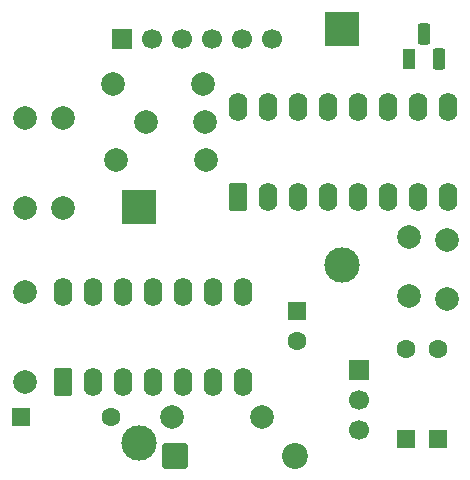
<source format=gbr>
%TF.GenerationSoftware,KiCad,Pcbnew,9.0.7*%
%TF.CreationDate,2026-01-25T23:05:14+01:00*%
%TF.ProjectId,DiceDIP_LowerPart,44696365-4449-4505-9f4c-6f7765725061,rev?*%
%TF.SameCoordinates,Original*%
%TF.FileFunction,Soldermask,Top*%
%TF.FilePolarity,Negative*%
%FSLAX46Y46*%
G04 Gerber Fmt 4.6, Leading zero omitted, Abs format (unit mm)*
G04 Created by KiCad (PCBNEW 9.0.7) date 2026-01-25 23:05:14*
%MOMM*%
%LPD*%
G01*
G04 APERTURE LIST*
G04 Aperture macros list*
%AMRoundRect*
0 Rectangle with rounded corners*
0 $1 Rounding radius*
0 $2 $3 $4 $5 $6 $7 $8 $9 X,Y pos of 4 corners*
0 Add a 4 corners polygon primitive as box body*
4,1,4,$2,$3,$4,$5,$6,$7,$8,$9,$2,$3,0*
0 Add four circle primitives for the rounded corners*
1,1,$1+$1,$2,$3*
1,1,$1+$1,$4,$5*
1,1,$1+$1,$6,$7*
1,1,$1+$1,$8,$9*
0 Add four rect primitives between the rounded corners*
20,1,$1+$1,$2,$3,$4,$5,0*
20,1,$1+$1,$4,$5,$6,$7,0*
20,1,$1+$1,$6,$7,$8,$9,0*
20,1,$1+$1,$8,$9,$2,$3,0*%
G04 Aperture macros list end*
%ADD10C,2.000000*%
%ADD11R,1.100000X1.800000*%
%ADD12RoundRect,0.275000X-0.275000X-0.625000X0.275000X-0.625000X0.275000X0.625000X-0.275000X0.625000X0*%
%ADD13R,1.700000X1.700000*%
%ADD14C,1.700000*%
%ADD15RoundRect,0.250000X0.550000X-0.950000X0.550000X0.950000X-0.550000X0.950000X-0.550000X-0.950000X0*%
%ADD16O,1.600000X2.400000*%
%ADD17RoundRect,0.249999X-0.850001X-0.850001X0.850001X-0.850001X0.850001X0.850001X-0.850001X0.850001X0*%
%ADD18C,2.200000*%
%ADD19RoundRect,0.250000X-0.550000X0.550000X-0.550000X-0.550000X0.550000X-0.550000X0.550000X0.550000X0*%
%ADD20C,1.600000*%
%ADD21RoundRect,0.250000X-0.550000X-0.550000X0.550000X-0.550000X0.550000X0.550000X-0.550000X0.550000X0*%
%ADD22RoundRect,0.250000X0.550000X-0.550000X0.550000X0.550000X-0.550000X0.550000X-0.550000X-0.550000X0*%
%ADD23R,3.000000X3.000000*%
%ADD24C,3.000000*%
G04 APERTURE END LIST*
D10*
%TO.C,R4*%
X109190000Y-81750000D03*
X116810000Y-81750000D03*
%TD*%
D11*
%TO.C,Q1*%
X134230000Y-79670000D03*
D12*
X135500000Y-77600000D03*
X136770000Y-79670000D03*
%TD*%
D13*
%TO.C,J4*%
X110000000Y-78000000D03*
D14*
X112540000Y-78000000D03*
X115080000Y-78000000D03*
X117620000Y-78000000D03*
X120160000Y-78000000D03*
X122700000Y-78000000D03*
%TD*%
D13*
%TO.C,J1*%
X130000000Y-106000000D03*
D14*
X130000000Y-108540000D03*
X130000000Y-111080000D03*
%TD*%
D10*
%TO.C,C1*%
X117000000Y-85000000D03*
X112000000Y-85000000D03*
%TD*%
D15*
%TO.C,U1*%
X119750000Y-91370000D03*
D16*
X122290000Y-91370000D03*
X124830000Y-91370000D03*
X127370000Y-91370000D03*
X129910000Y-91370000D03*
X132450000Y-91370000D03*
X134990000Y-91370000D03*
X137530000Y-91370000D03*
X137530000Y-83750000D03*
X134990000Y-83750000D03*
X132450000Y-83750000D03*
X129910000Y-83750000D03*
X127370000Y-83750000D03*
X124830000Y-83750000D03*
X122290000Y-83750000D03*
X119750000Y-83750000D03*
%TD*%
D17*
%TO.C,D11*%
X114420000Y-113250000D03*
D18*
X124580000Y-113250000D03*
%TD*%
D19*
%TO.C,C3*%
X124750000Y-101044887D03*
D20*
X124750000Y-103544887D03*
%TD*%
D10*
%TO.C,R2*%
X101750000Y-92310000D03*
X101750000Y-84690000D03*
%TD*%
%TO.C,R3*%
X117060000Y-88250000D03*
X109440000Y-88250000D03*
%TD*%
%TO.C,R1*%
X105000000Y-92310000D03*
X105000000Y-84690000D03*
%TD*%
D21*
%TO.C,D1*%
X101380000Y-110000000D03*
D20*
X109000000Y-110000000D03*
%TD*%
D22*
%TO.C,D9*%
X134000000Y-111810000D03*
D20*
X134000000Y-104190000D03*
%TD*%
D10*
%TO.C,C2*%
X137500000Y-95000000D03*
X137500000Y-100000000D03*
%TD*%
D22*
%TO.C,D10*%
X136750000Y-111810000D03*
D20*
X136750000Y-104190000D03*
%TD*%
D10*
%TO.C,C4*%
X134250000Y-94750000D03*
X134250000Y-99750000D03*
%TD*%
%TO.C,R5*%
X114190000Y-110000000D03*
X121810000Y-110000000D03*
%TD*%
D15*
%TO.C,U2*%
X104960000Y-107000000D03*
D16*
X107500000Y-107000000D03*
X110040000Y-107000000D03*
X112580000Y-107000000D03*
X115120000Y-107000000D03*
X117660000Y-107000000D03*
X120200000Y-107000000D03*
X120200000Y-99380000D03*
X117660000Y-99380000D03*
X115120000Y-99380000D03*
X112580000Y-99380000D03*
X110040000Y-99380000D03*
X107500000Y-99380000D03*
X104960000Y-99380000D03*
%TD*%
D10*
%TO.C,R10*%
X101750000Y-107060000D03*
X101750000Y-99440000D03*
%TD*%
D23*
%TO.C,BT2*%
X128600000Y-77100000D03*
D24*
X128599999Y-97100001D03*
%TD*%
D23*
%TO.C,BT1*%
X111400000Y-92200000D03*
D24*
X111400000Y-112200000D03*
%TD*%
M02*

</source>
